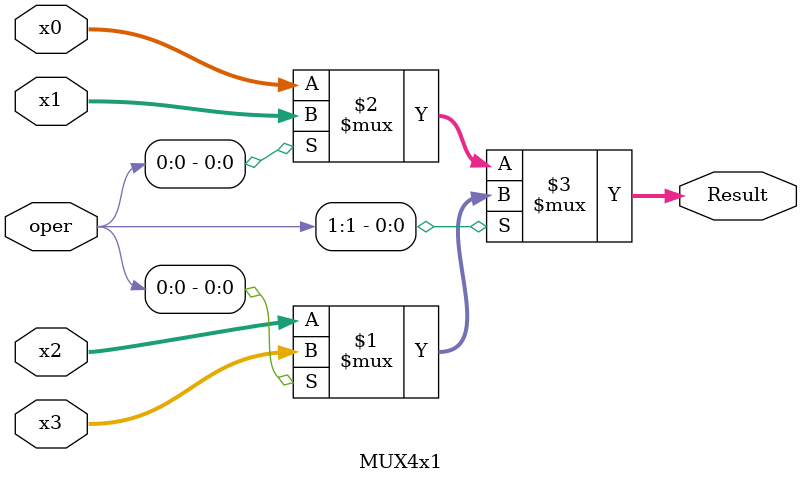
<source format=v>
`timescale 1ns / 1ps
module MUX4x1(
output [31:0] Result,
input [1:0] oper,
input [31:0] x0,
input [31:0] x1,
input [31:0] x2,
input [31:0] x3
);

assign Result = oper[1]?(oper[0]?x3:x2):(oper[0]?x1:x0);

endmodule

</source>
